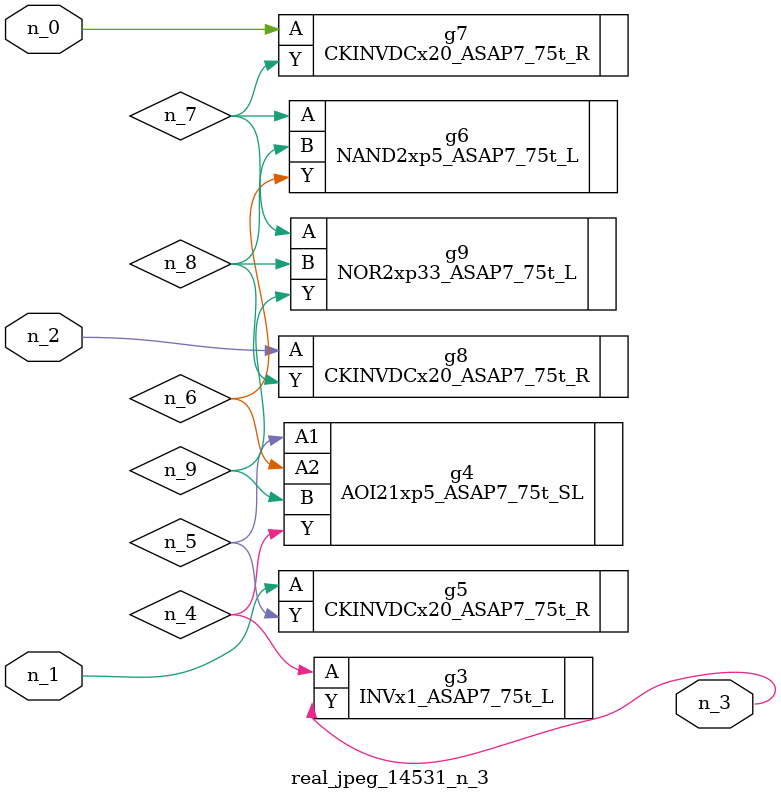
<source format=v>
module real_jpeg_14531_n_3 (n_1, n_0, n_2, n_3);

input n_1;
input n_0;
input n_2;

output n_3;

wire n_5;
wire n_4;
wire n_8;
wire n_6;
wire n_7;
wire n_9;

CKINVDCx20_ASAP7_75t_R g7 ( 
.A(n_0),
.Y(n_7)
);

CKINVDCx20_ASAP7_75t_R g5 ( 
.A(n_1),
.Y(n_5)
);

CKINVDCx20_ASAP7_75t_R g8 ( 
.A(n_2),
.Y(n_8)
);

INVx1_ASAP7_75t_L g3 ( 
.A(n_4),
.Y(n_3)
);

AOI21xp5_ASAP7_75t_SL g4 ( 
.A1(n_5),
.A2(n_6),
.B(n_9),
.Y(n_4)
);

NAND2xp5_ASAP7_75t_L g6 ( 
.A(n_7),
.B(n_8),
.Y(n_6)
);

NOR2xp33_ASAP7_75t_L g9 ( 
.A(n_7),
.B(n_8),
.Y(n_9)
);


endmodule
</source>
